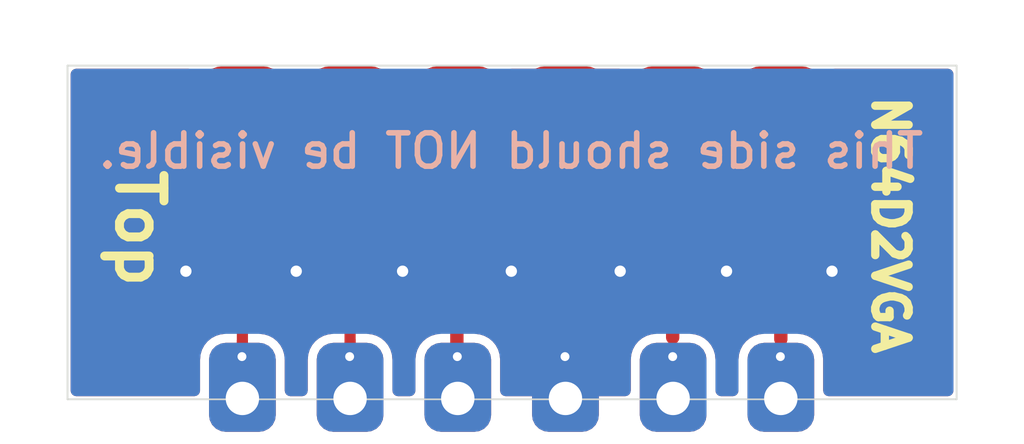
<source format=kicad_pcb>
(kicad_pcb (version 20171130) (host pcbnew "(5.1.8-0-10_14)")

  (general
    (thickness 1.6002)
    (drawings 7)
    (tracks 12)
    (zones 0)
    (modules 1)
    (nets 7)
  )

  (page USLetter)
  (title_block
    (rev 1)
  )

  (layers
    (0 Front signal)
    (31 Back signal)
    (32 B.Adhes user)
    (34 B.Paste user)
    (35 F.Paste user)
    (36 B.SilkS user)
    (37 F.SilkS user)
    (38 B.Mask user)
    (39 F.Mask user)
    (40 Dwgs.User user hide)
    (41 Cmts.User user)
    (42 Eco1.User user)
    (43 Eco2.User user)
    (44 Edge.Cuts user)
    (45 Margin user)
    (46 B.CrtYd user)
    (47 F.CrtYd user)
    (48 B.Fab user)
    (49 F.Fab user hide)
  )

  (setup
    (last_trace_width 0.25)
    (user_trace_width 0.254)
    (user_trace_width 0.508)
    (user_trace_width 0.762)
    (trace_clearance 0.2)
    (zone_clearance 0.0508)
    (zone_45_only no)
    (trace_min 0.1524)
    (via_size 0.7)
    (via_drill 0.3)
    (via_min_size 0.508)
    (via_min_drill 0.254)
    (user_via 0.6858 0.3302)
    (user_via 0.889 0.381)
    (uvia_size 0.6858)
    (uvia_drill 0.254)
    (uvias_allowed no)
    (uvia_min_size 0)
    (uvia_min_drill 0)
    (edge_width 0.0381)
    (segment_width 0.254)
    (pcb_text_width 0.3048)
    (pcb_text_size 1.524 1.524)
    (mod_edge_width 0.127)
    (mod_text_size 0.762 0.762)
    (mod_text_width 0.127)
    (pad_size 0.4 0.4)
    (pad_drill 0.2)
    (pad_to_mask_clearance 0.0508)
    (aux_axis_origin 0 0)
    (grid_origin 142.80134 110.41888)
    (visible_elements FFFFFF7F)
    (pcbplotparams
      (layerselection 0x010fc_ffffffff)
      (usegerberextensions false)
      (usegerberattributes false)
      (usegerberadvancedattributes false)
      (creategerberjobfile false)
      (excludeedgelayer true)
      (linewidth 0.152400)
      (plotframeref false)
      (viasonmask false)
      (mode 1)
      (useauxorigin false)
      (hpglpennumber 1)
      (hpglpenspeed 20)
      (hpglpendiameter 15.000000)
      (psnegative false)
      (psa4output false)
      (plotreference true)
      (plotvalue false)
      (plotinvisibletext false)
      (padsonsilk false)
      (subtractmaskfromsilk true)
      (outputformat 1)
      (mirror false)
      (drillshape 0)
      (scaleselection 1)
      (outputdirectory "./gerbers"))
  )

  (net 0 "")
  (net 1 /Audio_L_N64D)
  (net 2 /CVBS_N64D)
  (net 3 /Luma_N64D)
  (net 4 /GND_N64D)
  (net 5 /CSYNC_N64D)
  (net 6 /Red_N64D)

  (net_class Default "This is the default net class."
    (clearance 0.2)
    (trace_width 0.25)
    (via_dia 0.7)
    (via_drill 0.3)
    (uvia_dia 0.6858)
    (uvia_drill 0.254)
    (diff_pair_width 0.1524)
    (diff_pair_gap 0.1524)
    (add_net /Audio_L_N64D)
    (add_net /CSYNC_N64D)
    (add_net /CVBS_N64D)
    (add_net /GND_N64D)
    (add_net /Luma_N64D)
    (add_net /Red_N64D)
  )

  (net_class Track ""
    (clearance 0.2)
    (trace_width 0.25)
    (via_dia 0.7)
    (via_drill 0.3)
    (uvia_dia 0.6858)
    (uvia_drill 0.254)
    (diff_pair_width 0.1524)
    (diff_pair_gap 0.1524)
  )

  (module N64D2VGA_Library:AV_Multi_Sub (layer Front) (tedit 61303AE8) (tstamp 61305671)
    (at 135.41134 111.77888)
    (path /61061002)
    (fp_text reference P1 (at -8.79 -2.59) (layer F.Fab)
      (effects (font (size 1 1) (thickness 0.15)))
    )
    (fp_text value AVMulti_SUB (at -8.92 -5.94) (layer F.Fab)
      (effects (font (size 1 1) (thickness 0.15)))
    )
    (fp_poly (pts (xy 9.978571 7.459365) (xy 5.241651 7.459365) (xy 5.235161 5.890763) (xy 5.22867 4.322162)
      (xy -5.178274 4.322162) (xy -5.184765 5.890763) (xy -5.191255 7.459365) (xy -9.953373 7.459365)
      (xy -9.953373 0.000635) (xy 9.978571 0.000635) (xy 9.978571 7.459365)) (layer Eco1.User) (width 0.01))
    (fp_line (start -10.21 7.47) (end 11.25 7.47) (layer Dwgs.User) (width 0.02))
    (fp_poly (pts (xy 9.948771 7.274438) (xy -9.948237 7.274438) (xy -9.948237 0.005562) (xy 9.948771 0.005562)
      (xy 9.948771 7.274438)) (layer F.Fab) (width 0.01))
    (pad 11 connect roundrect (at -6.05 1.6) (size 1.9 3.2) (layers Front F.Mask) (roundrect_rratio 0.25)
      (net 1 /Audio_L_N64D) (zone_connect 2))
    (pad 111 thru_hole roundrect (at -6.05 7.46) (size 1.5 2) (drill 0.75 (offset 0 -0.25)) (layers *.Cu *.Mask) (roundrect_rratio 0.25)
      (net 1 /Audio_L_N64D) (zone_connect 2))
    (pad 111 thru_hole circle (at -6.06 6.52) (size 0.4 0.4) (drill 0.2) (layers *.Cu *.Mask)
      (net 1 /Audio_L_N64D) (zone_connect 2))
    (pad 9 connect roundrect (at -3.63 1.6) (size 1.9 3.2) (layers Front F.Mask) (roundrect_rratio 0.25)
      (net 2 /CVBS_N64D) (zone_connect 2))
    (pad 7 connect roundrect (at -1.21 1.6) (size 1.9 3.2) (layers Front F.Mask) (roundrect_rratio 0.25)
      (net 3 /Luma_N64D) (zone_connect 2))
    (pad 5 connect roundrect (at 1.21 1.6) (size 1.9 3.2) (layers Front F.Mask) (roundrect_rratio 0.25)
      (net 4 /GND_N64D) (zone_connect 2))
    (pad 3 connect roundrect (at 3.63 1.6) (size 1.9 3.2) (layers Front F.Mask) (roundrect_rratio 0.25)
      (net 5 /CSYNC_N64D) (zone_connect 2))
    (pad 1 connect roundrect (at 6.05 1.6) (size 1.9 3.2) (layers Front F.Mask) (roundrect_rratio 0.25)
      (net 6 /Red_N64D) (zone_connect 2))
    (pad 109 thru_hole roundrect (at -3.63 7.46) (size 1.5 2) (drill 0.75 (offset 0 -0.25)) (layers *.Cu *.Mask) (roundrect_rratio 0.25)
      (net 2 /CVBS_N64D) (zone_connect 2))
    (pad 107 thru_hole roundrect (at -1.21 7.46) (size 1.5 2) (drill 0.75 (offset 0 -0.25)) (layers *.Cu *.Mask) (roundrect_rratio 0.25)
      (net 3 /Luma_N64D) (zone_connect 2))
    (pad 105 thru_hole roundrect (at 1.21 7.46) (size 1.5 2) (drill 0.75 (offset 0 -0.25)) (layers *.Cu *.Mask) (roundrect_rratio 0.25)
      (net 4 /GND_N64D) (zone_connect 2))
    (pad 103 thru_hole roundrect (at 3.63 7.46) (size 1.5 2) (drill 0.75 (offset 0 -0.25)) (layers *.Cu *.Mask) (roundrect_rratio 0.25)
      (net 5 /CSYNC_N64D) (zone_connect 2))
    (pad 101 thru_hole roundrect (at 6.05 7.46) (size 1.5 2) (drill 0.75 (offset 0 -0.25)) (layers *.Cu *.Mask) (roundrect_rratio 0.25)
      (net 6 /Red_N64D) (zone_connect 2))
    (pad 109 thru_hole circle (at -3.64 6.52) (size 0.4 0.4) (drill 0.2) (layers *.Cu *.Mask)
      (net 2 /CVBS_N64D) (zone_connect 2))
    (pad 107 thru_hole circle (at -1.22 6.52) (size 0.4 0.4) (drill 0.2) (layers *.Cu *.Mask)
      (net 3 /Luma_N64D) (zone_connect 2))
    (pad 105 thru_hole circle (at 1.2 6.52) (size 0.4 0.4) (drill 0.2) (layers *.Cu *.Mask)
      (net 4 /GND_N64D) (zone_connect 2))
    (pad 103 thru_hole circle (at 3.62 6.52) (size 0.4 0.4) (drill 0.2) (layers *.Cu *.Mask)
      (net 5 /CSYNC_N64D) (zone_connect 2))
    (pad 101 thru_hole circle (at 6.04 6.52) (size 0.4 0.4) (drill 0.2) (layers *.Cu *.Mask)
      (net 6 /Red_N64D) (zone_connect 2))
  )

  (gr_text N64D2VGA (at 143.92134 115.33888 270) (layer F.SilkS)
    (effects (font (size 0.75 0.75) (thickness 0.1875)))
  )
  (gr_text Top (at 127.05134 115.41888 270) (layer F.SilkS)
    (effects (font (size 1 1) (thickness 0.2)))
  )
  (gr_text "This side should NOT be visible." (at 135.40134 113.67888) (layer B.SilkS)
    (effects (font (size 0.75 0.75) (thickness 0.125)) (justify mirror))
  )
  (gr_line (start 125.43134 119.25888) (end 125.43134 111.75888) (layer Edge.Cuts) (width 0.0381) (tstamp 612714F8))
  (gr_line (start 145.41134 119.25888) (end 125.43134 119.25888) (layer Edge.Cuts) (width 0.0381))
  (gr_line (start 145.41134 111.75888) (end 145.41134 119.25888) (layer Edge.Cuts) (width 0.0381))
  (gr_line (start 125.43134 111.75888) (end 145.41134 111.75888) (layer Edge.Cuts) (width 0.0381))

  (segment (start 141.46134 113.78702) (end 141.46134 117.90888) (width 0.3) (layer Front) (net 6) (status 10))
  (segment (start 139.03134 113.7557) (end 139.03134 117.86888) (width 0.3) (layer Front) (net 5) (status 10))
  (via (at 128.09134 116.38002) (size 0.508) (drill 0.254) (layers Front Back) (net 4))
  (via (at 130.57134 116.38002) (size 0.508) (drill 0.254) (layers Front Back) (net 4))
  (via (at 132.96134 116.38002) (size 0.508) (drill 0.254) (layers Front Back) (net 4))
  (via (at 135.40486 116.38002) (size 0.508) (drill 0.254) (layers Front Back) (net 4))
  (via (at 137.85134 116.38002) (size 0.508) (drill 0.254) (layers Front Back) (net 4))
  (via (at 140.24134 116.38002) (size 0.508) (drill 0.254) (layers Front Back) (net 4))
  (via (at 142.61134 116.38002) (size 0.508) (drill 0.254) (layers Front Back) (net 4))
  (segment (start 129.36134 113.37888) (end 129.36134 118.30888) (width 0.25) (layer Front) (net 1))
  (segment (start 131.78134 113.37888) (end 131.78134 118.27888) (width 0.25) (layer Front) (net 2))
  (segment (start 134.18134 118.03888) (end 134.18134 113.5714) (width 0.3) (layer Front) (net 3) (status 30))

  (zone (net 4) (net_name /GND_N64D) (layer Front) (tstamp 6106E3E5) (hatch edge 0.508)
    (connect_pads (clearance 0.0508))
    (min_thickness 0.254)
    (fill yes (arc_segments 32) (thermal_gap 0.508) (thermal_bridge_width 0.508))
    (polygon
      (pts
        (xy 146.28134 119.51957) (xy 123.913975 119.687513) (xy 123.988705 110.452852) (xy 146.35607 110.284909)
      )
    )
    (filled_polygon
      (pts
        (xy 128.098199 112.097109) (xy 128.082758 112.25388) (xy 128.082758 114.50388) (xy 128.098199 114.660651) (xy 128.143927 114.811398)
        (xy 128.218186 114.950326) (xy 128.318122 115.072098) (xy 128.439894 115.172034) (xy 128.578822 115.246293) (xy 128.729569 115.292021)
        (xy 128.88634 115.307462) (xy 128.90934 115.307462) (xy 128.909341 117.667882) (xy 128.849078 117.673817) (xy 128.717091 117.713855)
        (xy 128.595451 117.778873) (xy 128.488832 117.866372) (xy 128.401333 117.972991) (xy 128.336315 118.094631) (xy 128.296277 118.226618)
        (xy 128.282758 118.36388) (xy 128.282758 119.06203) (xy 125.62819 119.06203) (xy 125.62819 111.95573) (xy 128.141085 111.95573)
      )
    )
    (filled_polygon
      (pts
        (xy 130.638186 114.950326) (xy 130.738122 115.072098) (xy 130.859894 115.172034) (xy 130.998822 115.246293) (xy 131.149569 115.292021)
        (xy 131.30634 115.307462) (xy 131.32934 115.307462) (xy 131.329341 117.667882) (xy 131.269078 117.673817) (xy 131.137091 117.713855)
        (xy 131.015451 117.778873) (xy 130.908832 117.866372) (xy 130.821333 117.972991) (xy 130.756315 118.094631) (xy 130.716277 118.226618)
        (xy 130.702758 118.36388) (xy 130.702758 119.06203) (xy 130.439922 119.06203) (xy 130.439922 118.36388) (xy 130.426403 118.226618)
        (xy 130.386365 118.094631) (xy 130.321347 117.972991) (xy 130.233848 117.866372) (xy 130.127229 117.778873) (xy 130.005589 117.713855)
        (xy 129.873602 117.673817) (xy 129.81334 117.667882) (xy 129.81334 115.307462) (xy 129.83634 115.307462) (xy 129.993111 115.292021)
        (xy 130.143858 115.246293) (xy 130.282786 115.172034) (xy 130.404558 115.072098) (xy 130.504494 114.950326) (xy 130.57134 114.825267)
      )
    )
    (filled_polygon
      (pts
        (xy 133.058186 114.950326) (xy 133.158122 115.072098) (xy 133.279894 115.172034) (xy 133.418822 115.246293) (xy 133.569569 115.292021)
        (xy 133.704341 115.305295) (xy 133.70434 117.672314) (xy 133.689078 117.673817) (xy 133.557091 117.713855) (xy 133.435451 117.778873)
        (xy 133.328832 117.866372) (xy 133.241333 117.972991) (xy 133.176315 118.094631) (xy 133.136277 118.226618) (xy 133.122758 118.36388)
        (xy 133.122758 119.06203) (xy 132.859922 119.06203) (xy 132.859922 118.36388) (xy 132.846403 118.226618) (xy 132.806365 118.094631)
        (xy 132.741347 117.972991) (xy 132.653848 117.866372) (xy 132.547229 117.778873) (xy 132.425589 117.713855) (xy 132.293602 117.673817)
        (xy 132.23334 117.667882) (xy 132.23334 115.307462) (xy 132.25634 115.307462) (xy 132.413111 115.292021) (xy 132.563858 115.246293)
        (xy 132.702786 115.172034) (xy 132.824558 115.072098) (xy 132.924494 114.950326) (xy 132.99134 114.825267)
      )
    )
    (filled_polygon
      (pts
        (xy 137.778199 112.097109) (xy 137.762758 112.25388) (xy 137.762758 114.50388) (xy 137.778199 114.660651) (xy 137.823927 114.811398)
        (xy 137.898186 114.950326) (xy 137.998122 115.072098) (xy 138.119894 115.172034) (xy 138.258822 115.246293) (xy 138.409569 115.292021)
        (xy 138.55434 115.30628) (xy 138.554341 117.671329) (xy 138.529078 117.673817) (xy 138.397091 117.713855) (xy 138.275451 117.778873)
        (xy 138.168832 117.866372) (xy 138.081333 117.972991) (xy 138.016315 118.094631) (xy 137.976277 118.226618) (xy 137.962758 118.36388)
        (xy 137.962758 119.06203) (xy 135.279922 119.06203) (xy 135.279922 118.36388) (xy 135.266403 118.226618) (xy 135.226365 118.094631)
        (xy 135.161347 117.972991) (xy 135.073848 117.866372) (xy 134.967229 117.778873) (xy 134.845589 117.713855) (xy 134.713602 117.673817)
        (xy 134.65834 117.668374) (xy 134.65834 115.307462) (xy 134.67634 115.307462) (xy 134.833111 115.292021) (xy 134.983858 115.246293)
        (xy 135.122786 115.172034) (xy 135.244558 115.072098) (xy 135.344494 114.950326) (xy 135.418753 114.811398) (xy 135.464481 114.660651)
        (xy 135.479922 114.50388) (xy 135.479922 112.25388) (xy 135.464481 112.097109) (xy 135.421595 111.95573) (xy 137.821085 111.95573)
      )
    )
    (filled_polygon
      (pts
        (xy 140.318186 114.950326) (xy 140.418122 115.072098) (xy 140.539894 115.172034) (xy 140.678822 115.246293) (xy 140.829569 115.292021)
        (xy 140.98434 115.307265) (xy 140.984341 117.670344) (xy 140.949078 117.673817) (xy 140.817091 117.713855) (xy 140.695451 117.778873)
        (xy 140.588832 117.866372) (xy 140.501333 117.972991) (xy 140.436315 118.094631) (xy 140.396277 118.226618) (xy 140.382758 118.36388)
        (xy 140.382758 119.06203) (xy 140.119922 119.06203) (xy 140.119922 118.36388) (xy 140.106403 118.226618) (xy 140.066365 118.094631)
        (xy 140.001347 117.972991) (xy 139.913848 117.866372) (xy 139.807229 117.778873) (xy 139.685589 117.713855) (xy 139.553602 117.673817)
        (xy 139.50834 117.669359) (xy 139.50834 115.307462) (xy 139.51634 115.307462) (xy 139.673111 115.292021) (xy 139.823858 115.246293)
        (xy 139.962786 115.172034) (xy 140.084558 115.072098) (xy 140.184494 114.950326) (xy 140.25134 114.825267)
      )
    )
    (filled_polygon
      (pts
        (xy 145.214491 119.06203) (xy 142.539922 119.06203) (xy 142.539922 118.36388) (xy 142.526403 118.226618) (xy 142.486365 118.094631)
        (xy 142.421347 117.972991) (xy 142.333848 117.866372) (xy 142.227229 117.778873) (xy 142.105589 117.713855) (xy 141.973602 117.673817)
        (xy 141.93834 117.670344) (xy 141.93834 115.307265) (xy 142.093111 115.292021) (xy 142.243858 115.246293) (xy 142.382786 115.172034)
        (xy 142.504558 115.072098) (xy 142.604494 114.950326) (xy 142.678753 114.811398) (xy 142.724481 114.660651) (xy 142.739922 114.50388)
        (xy 142.739922 112.25388) (xy 142.724481 112.097109) (xy 142.681595 111.95573) (xy 145.21449 111.95573)
      )
    )
  )
  (zone (net 4) (net_name /GND_N64D) (layer Back) (tstamp 6106E3E2) (hatch edge 0.508)
    (connect_pads (clearance 0.0508))
    (min_thickness 0.254)
    (fill yes (arc_segments 32) (thermal_gap 0.508) (thermal_bridge_width 0.508))
    (polygon
      (pts
        (xy 146.95134 120.27901) (xy 124.74134 120.24901) (xy 124.68634 111.00388) (xy 146.89634 111.03388)
      )
    )
    (filled_polygon
      (pts
        (xy 145.214491 119.06203) (xy 142.539922 119.06203) (xy 142.539922 118.36388) (xy 142.526403 118.226618) (xy 142.486365 118.094631)
        (xy 142.421347 117.972991) (xy 142.333848 117.866372) (xy 142.227229 117.778873) (xy 142.105589 117.713855) (xy 141.973602 117.673817)
        (xy 141.83634 117.660298) (xy 141.08634 117.660298) (xy 140.949078 117.673817) (xy 140.817091 117.713855) (xy 140.695451 117.778873)
        (xy 140.588832 117.866372) (xy 140.501333 117.972991) (xy 140.436315 118.094631) (xy 140.396277 118.226618) (xy 140.382758 118.36388)
        (xy 140.382758 119.06203) (xy 140.119922 119.06203) (xy 140.119922 118.36388) (xy 140.106403 118.226618) (xy 140.066365 118.094631)
        (xy 140.001347 117.972991) (xy 139.913848 117.866372) (xy 139.807229 117.778873) (xy 139.685589 117.713855) (xy 139.553602 117.673817)
        (xy 139.41634 117.660298) (xy 138.66634 117.660298) (xy 138.529078 117.673817) (xy 138.397091 117.713855) (xy 138.275451 117.778873)
        (xy 138.168832 117.866372) (xy 138.081333 117.972991) (xy 138.016315 118.094631) (xy 137.976277 118.226618) (xy 137.962758 118.36388)
        (xy 137.962758 119.06203) (xy 135.279922 119.06203) (xy 135.279922 118.36388) (xy 135.266403 118.226618) (xy 135.226365 118.094631)
        (xy 135.161347 117.972991) (xy 135.073848 117.866372) (xy 134.967229 117.778873) (xy 134.845589 117.713855) (xy 134.713602 117.673817)
        (xy 134.57634 117.660298) (xy 133.82634 117.660298) (xy 133.689078 117.673817) (xy 133.557091 117.713855) (xy 133.435451 117.778873)
        (xy 133.328832 117.866372) (xy 133.241333 117.972991) (xy 133.176315 118.094631) (xy 133.136277 118.226618) (xy 133.122758 118.36388)
        (xy 133.122758 119.06203) (xy 132.859922 119.06203) (xy 132.859922 118.36388) (xy 132.846403 118.226618) (xy 132.806365 118.094631)
        (xy 132.741347 117.972991) (xy 132.653848 117.866372) (xy 132.547229 117.778873) (xy 132.425589 117.713855) (xy 132.293602 117.673817)
        (xy 132.15634 117.660298) (xy 131.40634 117.660298) (xy 131.269078 117.673817) (xy 131.137091 117.713855) (xy 131.015451 117.778873)
        (xy 130.908832 117.866372) (xy 130.821333 117.972991) (xy 130.756315 118.094631) (xy 130.716277 118.226618) (xy 130.702758 118.36388)
        (xy 130.702758 119.06203) (xy 130.439922 119.06203) (xy 130.439922 118.36388) (xy 130.426403 118.226618) (xy 130.386365 118.094631)
        (xy 130.321347 117.972991) (xy 130.233848 117.866372) (xy 130.127229 117.778873) (xy 130.005589 117.713855) (xy 129.873602 117.673817)
        (xy 129.73634 117.660298) (xy 128.98634 117.660298) (xy 128.849078 117.673817) (xy 128.717091 117.713855) (xy 128.595451 117.778873)
        (xy 128.488832 117.866372) (xy 128.401333 117.972991) (xy 128.336315 118.094631) (xy 128.296277 118.226618) (xy 128.282758 118.36388)
        (xy 128.282758 119.06203) (xy 125.62819 119.06203) (xy 125.62819 111.95573) (xy 145.21449 111.95573)
      )
    )
  )
  (zone (net 1) (net_name /Audio_L_N64D) (layer Front) (tstamp 0) (hatch edge 0.508)
    (priority 16962)
    (connect_pads yes (clearance 0.2))
    (min_thickness 0.0254)
    (fill yes (arc_segments 32) (thermal_gap 0.508) (thermal_bridge_width 0.508))
    (polygon
      (pts
        (xy 129.23634 117.91888) (xy 129.236052 117.959441) (xy 129.235051 117.99494) (xy 129.233128 118.026251) (xy 129.230077 118.054253)
        (xy 129.22569 118.079821) (xy 129.21976 118.103833) (xy 129.212078 118.127165) (xy 129.202438 118.150695) (xy 129.190632 118.175298)
        (xy 129.176453 118.201852) (xy 129.345793 118.398726) (xy 129.535898 118.221821) (xy 129.523972 118.192243) (xy 129.514091 118.165165)
        (xy 129.506068 118.139589) (xy 129.499719 118.114519) (xy 129.494856 118.088957) (xy 129.491294 118.061907) (xy 129.488848 118.032371)
        (xy 129.48733 117.999352) (xy 129.486556 117.961854) (xy 129.48634 117.91888)
      )
    )
    (filled_polygon
      (pts
        (xy 129.473856 117.961918) (xy 129.473859 117.962116) (xy 129.474633 117.999614) (xy 129.474643 117.999935) (xy 129.476161 118.032954)
        (xy 129.476191 118.033419) (xy 129.478637 118.062955) (xy 129.478703 118.063565) (xy 129.482265 118.090615) (xy 129.48238 118.091331)
        (xy 129.487243 118.116893) (xy 129.487408 118.117637) (xy 129.493757 118.142707) (xy 129.49395 118.14339) (xy 129.501973 118.168966)
        (xy 129.502161 118.169519) (xy 129.512042 118.196597) (xy 129.512193 118.196992) (xy 129.520854 118.218472) (xy 129.346809 118.380432)
        (xy 129.191752 118.200163) (xy 129.201835 118.18128) (xy 129.202082 118.180792) (xy 129.213888 118.156189) (xy 129.21419 118.15551)
        (xy 129.22383 118.13198) (xy 129.224141 118.131137) (xy 129.231823 118.107805) (xy 129.23209 118.106878) (xy 129.23802 118.082866)
        (xy 129.238207 118.081969) (xy 129.242594 118.056401) (xy 129.242702 118.055629) (xy 129.245753 118.027627) (xy 129.245804 118.02703)
        (xy 129.247727 117.995719) (xy 129.247746 117.995298) (xy 129.248747 117.959799) (xy 129.248752 117.959531) (xy 129.24895 117.93158)
        (xy 129.473704 117.93158)
      )
    )
  )
  (zone (net 2) (net_name /CVBS_N64D) (layer Front) (tstamp 0) (hatch edge 0.508)
    (priority 16962)
    (connect_pads yes (clearance 0.2))
    (min_thickness 0.0254)
    (fill yes (arc_segments 32) (thermal_gap 0.508) (thermal_bridge_width 0.508))
    (polygon
      (pts
        (xy 131.65634 117.89888) (xy 131.656121 117.942351) (xy 131.655295 117.980421) (xy 131.653603 118.014026) (xy 131.650788 118.044101)
        (xy 131.646594 118.071582) (xy 131.640762 118.097405) (xy 131.633036 118.122504) (xy 131.623158 118.147817) (xy 131.610872 118.174278)
        (xy 131.595919 118.202823) (xy 131.766347 118.398755) (xy 131.955468 118.2208) (xy 131.942764 118.189469) (xy 131.932458 118.160739)
        (xy 131.924299 118.13356) (xy 131.918037 118.106888) (xy 131.913423 118.079675) (xy 131.910207 118.050876) (xy 131.908141 118.019443)
        (xy 131.906974 117.98433) (xy 131.906456 117.944491) (xy 131.90634 117.89888)
      )
    )
    (filled_polygon
      (pts
        (xy 131.893756 117.944523) (xy 131.893757 117.944656) (xy 131.894275 117.984495) (xy 131.894281 117.984752) (xy 131.895448 118.019865)
        (xy 131.895468 118.020276) (xy 131.897534 118.051709) (xy 131.897585 118.052285) (xy 131.900801 118.081084) (xy 131.900902 118.081798)
        (xy 131.905516 118.109011) (xy 131.905673 118.109791) (xy 131.911935 118.136463) (xy 131.912135 118.137211) (xy 131.920294 118.16439)
        (xy 131.920504 118.165027) (xy 131.93081 118.193757) (xy 131.930995 118.194241) (xy 131.940431 118.217511) (xy 131.767262 118.380456)
        (xy 131.611194 118.201033) (xy 131.622122 118.180171) (xy 131.622391 118.179626) (xy 131.634677 118.153165) (xy 131.634989 118.152434)
        (xy 131.644867 118.127121) (xy 131.645174 118.12624) (xy 131.6529 118.101141) (xy 131.65315 118.100203) (xy 131.658982 118.07438)
        (xy 131.659149 118.073498) (xy 131.663343 118.046017) (xy 131.663433 118.045285) (xy 131.666248 118.01521) (xy 131.666287 118.014665)
        (xy 131.667979 117.98106) (xy 131.667992 117.980696) (xy 131.668818 117.942626) (xy 131.668821 117.942415) (xy 131.668976 117.91158)
        (xy 131.893672 117.91158)
      )
    )
  )
)

</source>
